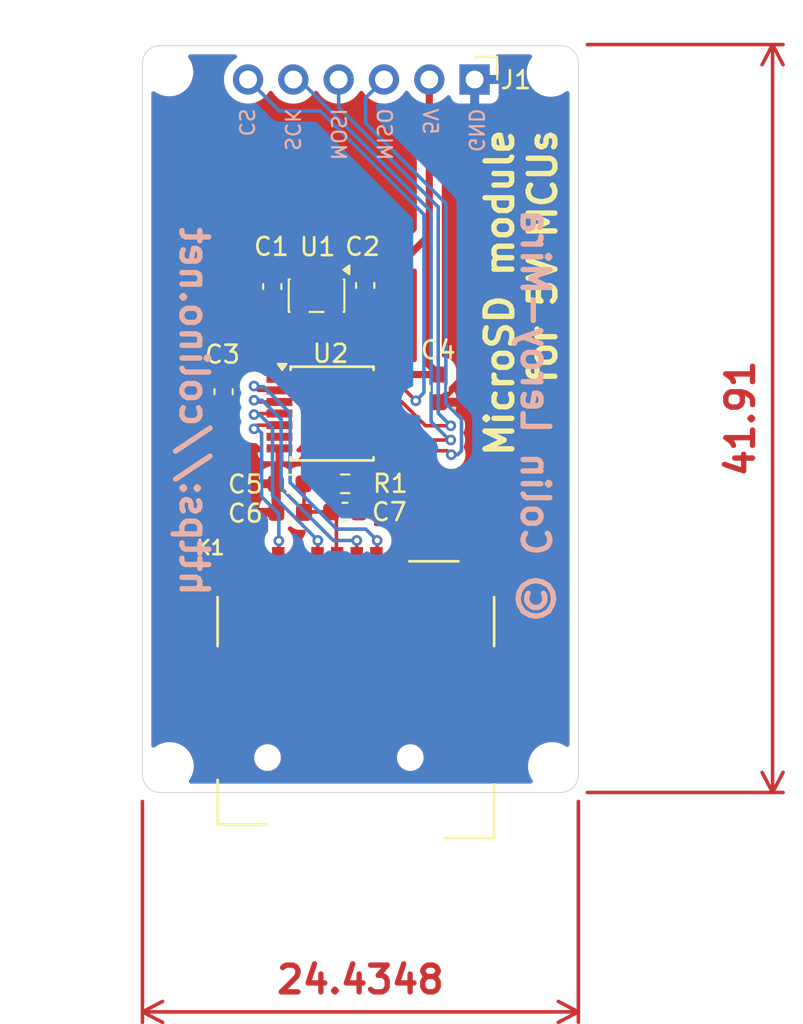
<source format=kicad_pcb>
(kicad_pcb (version 20241229) (generator "pcbnew") (generator_version "9.0")
  (layers (0 "F.Cu" signal) (2 "B.Cu" signal) (13 "F.Paste" user) (15 "B.Paste" user) (5 "F.SilkS" user "F.Silkscreen") (7 "B.SilkS" user "B.Silkscreen") (1 "F.Mask" user) (3 "B.Mask" user) (25 "Edge.Cuts" user))
  (net 0 "")
  (net 1 "GND")
  (net 2 "CS")
  (net 3 "MOSI")
  (net 4 "MISO")
  (net 5 "SCK")
  (net 6 "5V_burgerDisk")
  (net 7 "3V3")
  (net 8 "CS_L")
  (net 9 "MOSI_L")
  (net 11 "MISO_L")
  (net 12 "SCLK_L")
  (net 14 "OE")
  (footprint "Resistor_SMD:R_0603_1608Metric" (layer "F.Cu") (at 131.5598 122.9614)
    (property "Reference" "R1" (at 2.5302 -0.0114 0) (layer "F.SilkS"))
    (property "Value" "10k")
    (fp_line (start -0.237258 -0.5225) (end 0.237258 -0.5225) (stroke (width 0.12)) (layer "F.SilkS"))
    (fp_line (start -0.237258 0.5225) (end 0.237258 0.5225) (stroke (width 0.12)) (layer "F.SilkS"))
    (pad "1" smd roundrect (at -0.825 0) (size 0.8 0.95) (layers "F.Cu" "F.Mask" "F.Paste") (net 7 "3V3"))
    (pad "2" smd roundrect (at 0.825 0) (size 0.8 0.95) (layers "F.Cu" "F.Mask" "F.Paste") (net 14 "OE"))
  )
  (footprint "MountingHole:MountingHole_2.2mm_M2" (layer "F.Cu") (at 121.6914 99.8982)
    (property "Reference" "REF**1")
    (property "Value" "MountingHole_2.2mm_M2")
    (pad "" np_thru_hole circle (at 0 0) (size 2.2 2.2) (drill 2.2) (layers "*.Cu" "*.Mask"))
  )
  (footprint "HYC04-TF09-200:MICROSD-HYC77-TF09-200" (layer "F.Cu") (at 132.1562 135.0518)
    (property "Reference" "K1" (at -8.1534 -8.509 180) (layer "F.SilkS") (effects (font (size 0.8 0.8))))
    (property "Value" "HYC77-TF09-200" (hide yes))
    (fp_line (start -7.75 -3) (end -7.75 -5.75) (stroke (width 0.15)) (layer "F.SilkS"))
    (fp_line (start -7.75 4.5) (end -7.75 7) (stroke (width 0.15)) (layer "F.SilkS"))
    (fp_line (start -7.75 7) (end -5 7) (stroke (width 0.15)) (layer "F.SilkS"))
    (fp_line (start 3 -7.75) (end 5.75 -7.75) (stroke (width 0.15)) (layer "F.SilkS"))
    (fp_line (start 5 7.75) (end 7.75 7.75) (stroke (width 0.15)) (layer "F.SilkS"))
    (fp_line (start 7.75 -5.75) (end 7.75 -3) (stroke (width 0.15)) (layer "F.SilkS"))
    (fp_line (start 7.75 7.75) (end 7.75 4.75) (stroke (width 0.15)) (layer "F.SilkS"))
    (pad "" np_thru_hole circle (at -4.95 3.25) (size 1 1) (drill 1) (layers "*.Cu" "*.Mask"))
    (pad "" np_thru_hole circle (at 3.05 3.25) (size 1 1) (drill 1) (layers "*.Cu" "*.Mask"))
    (pad "1" smd rect (at 2.25 -7.75) (size 0.7 1.6) (layers "F.Cu" "F.Mask" "F.Paste"))
    (pad "2" smd rect (at 1.15 -7.75) (size 0.7 1.6) (layers "F.Cu" "F.Mask" "F.Paste") (net 8 "CS_L"))
    (pad "3" smd rect (at 0.05 -7.75) (size 0.7 1.6) (layers "F.Cu" "F.Mask" "F.Paste") (net 9 "MOSI_L"))
    (pad "4" smd rect (at -1.05 -7.75) (size 0.7 1.6) (layers "F.Cu" "F.Mask" "F.Paste") (net 7 "3V3"))
    (pad "5" smd rect (at -2.15 -7.75) (size 0.7 1.6) (layers "F.Cu" "F.Mask" "F.Paste") (net 12 "SCLK_L"))
    (pad "6" smd rect (at -3.25 -7.75) (size 0.7 1.6) (layers "F.Cu" "F.Mask" "F.Paste") (net 1 "GND"))
    (pad "7" smd rect (at -4.35 -7.75) (size 0.7 1.6) (layers "F.Cu" "F.Mask" "F.Paste") (net 11 "MISO_L"))
    (pad "8" smd rect (at -5.45 -7.75) (size 0.7 1.6) (layers "F.Cu" "F.Mask" "F.Paste"))
    (pad "9" smd rect (at -6.55 -7.75) (size 0.7 1.6) (layers "F.Cu" "F.Mask" "F.Paste"))
    (pad "SHIELD" smd rect (at -7.75 -6.75) (size 1.2 1.5) (layers "F.Cu" "F.Mask" "F.Paste") (net 1 "GND"))
    (pad "SHIELD" smd rect (at -7.75 2.85) (size 1.2 2.2) (layers "F.Cu" "F.Mask" "F.Paste") (net 1 "GND"))
    (pad "SHIELD" smd rect (at 6.85 -6.75) (size 1.6 1.5) (layers "F.Cu" "F.Mask" "F.Paste") (net 1 "GND"))
    (pad "SHIELD" smd rect (at 7.75 2.85) (size 1.2 2.2) (layers "F.Cu" "F.Mask" "F.Paste") (net 1 "GND"))
  )
  (footprint "MountingHole:MountingHole_2.2mm_M2" (layer "F.Cu") (at 121.7168 138.7856)
    (property "Reference" "REF**3")
    (property "Value" "MountingHole_2.2mm_M2")
    (pad "" np_thru_hole circle (at 0 0) (size 2.2 2.2) (drill 2.2) (layers "*.Cu" "*.Mask"))
  )
  (footprint "Capacitor_SMD:C_0603_1608Metric" (layer "F.Cu") (at 131.5466 124.5362 180)
    (property "Reference" "C7" (at -2.4834 -0.0038 180) (layer "F.SilkS"))
    (property "Value" "100n")
    (fp_line (start -0.14058 0.51) (end 0.14058 0.51) (stroke (width 0.12)) (layer "F.SilkS"))
    (fp_line (start -0.14058 -0.51) (end 0.14058 -0.51) (stroke (width 0.12)) (layer "F.SilkS"))
    (pad "1" smd roundrect (at -0.775 0 180) (size 0.9 0.95) (layers "F.Cu" "F.Mask" "F.Paste") (net 1 "GND"))
    (pad "2" smd roundrect (at 0.775 0 180) (size 0.9 0.95) (layers "F.Cu" "F.Mask" "F.Paste") (net 7 "3V3"))
  )
  (footprint "Capacitor_SMD:C_0603_1608Metric" (layer "F.Cu") (at 128.4732 124.5616)
    (property "Reference" "C6" (at -2.5132 0.0584 180) (layer "F.SilkS"))
    (property "Value" "2u2")
    (fp_line (start -0.14058 -0.51) (end 0.14058 -0.51) (stroke (width 0.12)) (layer "F.SilkS"))
    (fp_line (start -0.14058 0.51) (end 0.14058 0.51) (stroke (width 0.12)) (layer "F.SilkS"))
    (pad "1" smd roundrect (at -0.775 0) (size 0.9 0.95) (layers "F.Cu" "F.Mask" "F.Paste") (net 1 "GND"))
    (pad "2" smd roundrect (at 0.775 0) (size 0.9 0.95) (layers "F.Cu" "F.Mask" "F.Paste") (net 7 "3V3"))
  )
  (footprint "Capacitor_SMD:C_0603_1608Metric" (layer "F.Cu") (at 132.68 111.845 90)
    (property "Reference" "C2" (at 2.175 -0.15 0) (layer "F.SilkS"))
    (property "Value" "2u2")
    (fp_line (start -0.14058 -0.51) (end 0.14058 -0.51) (stroke (width 0.12)) (layer "F.SilkS"))
    (fp_line (start -0.14058 0.51) (end 0.14058 0.51) (stroke (width 0.12)) (layer "F.SilkS"))
    (pad "1" smd roundrect (at -0.775 0 90) (size 0.9 0.95) (layers "F.Cu" "F.Mask" "F.Paste") (net 1 "GND"))
    (pad "2" smd roundrect (at 0.775 0 90) (size 0.9 0.95) (layers "F.Cu" "F.Mask" "F.Paste") (net 6 "5V_burgerDisk"))
  )
  (footprint "MountingHole:MountingHole_2.2mm_M2" (layer "F.Cu") (at 143.0782 99.9236)
    (property "Reference" "REF**2")
    (property "Value" "MountingHole_2.2mm_M2")
    (pad "" np_thru_hole circle (at 0 0) (size 2.2 2.2) (drill 2.2) (layers "*.Cu" "*.Mask"))
  )
  (footprint "Capacitor_SMD:C_0603_1608Metric" (layer "F.Cu") (at 127.47 111.91 -90)
    (property "Reference" "C1" (at -2.24 0.05 0) (layer "F.SilkS"))
    (property "Value" "2u2")
    (fp_line (start -0.14058 0.51) (end 0.14058 0.51) (stroke (width 0.12)) (layer "F.SilkS"))
    (fp_line (start -0.14058 -0.51) (end 0.14058 -0.51) (stroke (width 0.12)) (layer "F.SilkS"))
    (pad "1" smd roundrect (at -0.775 0 270) (size 0.9 0.95) (layers "F.Cu" "F.Mask" "F.Paste") (net 1 "GND"))
    (pad "2" smd roundrect (at 0.775 0 270) (size 0.9 0.95) (layers "F.Cu" "F.Mask" "F.Paste") (net 7 "3V3"))
  )
  (footprint "Capacitor_SMD:C_0603_1608Metric" (layer "F.Cu") (at 136.8044 117.6144 90)
    (property "Reference" "C4" (at 2.1444 -0.0344 0) (layer "F.SilkS"))
    (property "Value" "100n")
    (fp_line (start -0.14058 -0.51) (end 0.14058 -0.51) (stroke (width 0.12)) (layer "F.SilkS"))
    (fp_line (start -0.14058 0.51) (end 0.14058 0.51) (stroke (width 0.12)) (layer "F.SilkS"))
    (pad "1" smd roundrect (at -0.775 0 90) (size 0.9 0.95) (layers "F.Cu" "F.Mask" "F.Paste") (net 1 "GND"))
    (pad "2" smd roundrect (at 0.775 0 90) (size 0.9 0.95) (layers "F.Cu" "F.Mask" "F.Paste") (net 6 "5V_burgerDisk"))
  )
  (footprint "MountingHole:MountingHole_2.2mm_M2" (layer "F.Cu") (at 143.1544 138.7856)
    (property "Reference" "REF**4")
    (property "Value" "MountingHole_2.2mm_M2")
    (pad "" np_thru_hole circle (at 0 0) (size 2.2 2.2) (drill 2.2) (layers "*.Cu" "*.Mask"))
  )
  (footprint "Package_SO:TSSOP-14-1EP_4.4x5mm_P0.65mm" (layer "F.Cu") (at 130.8234 119.0244)
    (property "Reference" "U2" (at -0.0834 -3.3644 0) (layer "F.SilkS"))
    (property "Value" "TXB0104PWR")
    (fp_line (start -2.325 -2.625) (end -2.325 -2.45) (stroke (width 0.15)) (layer "F.SilkS"))
    (fp_line (start -2.325 -2.625) (end 2.325 -2.625) (stroke (width 0.15)) (layer "F.SilkS"))
    (fp_line (start -2.325 2.625) (end -2.325 2.45) (stroke (width 0.15)) (layer "F.SilkS"))
    (fp_line (start -2.325 2.625) (end 2.325 2.625) (stroke (width 0.15)) (layer "F.SilkS"))
    (fp_line (start 2.325 -2.625) (end 2.325 -2.45) (stroke (width 0.15)) (layer "F.SilkS"))
    (fp_line (start 2.325 2.625) (end 2.325 2.45) (stroke (width 0.15)) (layer "F.SilkS"))
    (fp_poly (pts (xy -2.8 -2.45) (xy -3.04 -2.78) (xy -2.56 -2.78) (xy -2.8 -2.45)) (stroke (width 0.12)) (fill yes) (layer "F.SilkS"))
    (pad "1" smd rect (at -2.95 -1.95) (size 1.45 0.45) (layers "F.Cu" "F.Mask" "F.Paste") (net 7 "3V3"))
    (pad "2" smd rect (at -2.95 -1.3) (size 1.45 0.45) (layers "F.Cu" "F.Mask" "F.Paste") (net 8 "CS_L"))
    (pad "3" smd rect (at -2.95 -0.65) (size 1.45 0.45) (layers "F.Cu" "F.Mask" "F.Paste") (net 9 "MOSI_L"))
    (pad "4" smd rect (at -2.95 0) (size 1.45 0.45) (layers "F.Cu" "F.Mask" "F.Paste") (net 12 "SCLK_L"))
    (pad "5" smd rect (at -2.95 0.65) (size 1.45 0.45) (layers "F.Cu" "F.Mask" "F.Paste") (net 11 "MISO_L"))
    (pad "6" smd rect (at -2.95 1.3) (size 1.45 0.45) (layers "F.Cu" "F.Mask" "F.Paste"))
    (pad "7" smd rect (at -2.95 1.95) (size 1.45 0.45) (layers "F.Cu" "F.Mask" "F.Paste") (net 1 "GND"))
    (pad "8" smd rect (at 2.95 1.95) (size 1.45 0.45) (layers "F.Cu" "F.Mask" "F.Paste") (net 14 "OE"))
    (pad "9" smd rect (at 2.95 1.3) (size 1.45 0.45) (layers "F.Cu" "F.Mask" "F.Paste"))
    (pad "10" smd rect (at 2.95 0.65) (size 1.45 0.45) (layers "F.Cu" "F.Mask" "F.Paste") (net 4 "MISO"))
    (pad "11" smd rect (at 2.95 0) (size 1.45 0.45) (layers "F.Cu" "F.Mask" "F.Paste") (net 5 "SCK"))
    (pad "12" smd rect (at 2.95 -0.65) (size 1.45 0.45) (layers "F.Cu" "F.Mask" "F.Paste") (net 3 "MOSI"))
    (pad "13" smd rect (at 2.95 -1.3) (size 1.45 0.45) (layers "F.Cu" "F.Mask" "F.Paste") (net 2 "CS"))
    (pad "14" smd rect (at 2.95 -1.95) (size 1.45 0.45) (layers "F.Cu" "F.Mask" "F.Paste") (net 6 "5V_burgerDisk"))
  )
  (footprint "Connector_PinHeader_2.54mm:PinHeader_1x06_P2.54mm_Horizontal" (layer "F.Cu") (at 138.811 100.3046 -90)
    (property "Reference" "J1" (at 0.0254 -2.3114 0) (layer "F.SilkS"))
    (property "Value" "Connector")
    (fp_line (start -1.27 0) (end -1.27 -1.27) (stroke (width 0.12)) (layer "F.SilkS"))
    (fp_line (start -1.27 -1.27) (end 0 -1.27) (stroke (width 0.12)) (layer "F.SilkS"))
    (pad "1" thru_hole rect (at 0 0 270) (size 1.7 1.7) (drill 1) (layers "*.Cu" "*.Mask") (net 1 "GND"))
    (pad "2" thru_hole oval (at 0 2.54 270) (size 1.7 1.7) (drill 1) (layers "*.Cu" "*.Mask") (net 6 "5V_burgerDisk"))
    (pad "3" thru_hole oval (at 0 5.08 270) (size 1.7 1.7) (drill 1) (layers "*.Cu" "*.Mask") (net 4 "MISO"))
    (pad "4" thru_hole oval (at 0 7.62 270) (size 1.7 1.7) (drill 1) (layers "*.Cu" "*.Mask") (net 3 "MOSI"))
    (pad "5" thru_hole oval (at 0 10.16 270) (size 1.7 1.7) (drill 1) (layers "*.Cu" "*.Mask") (net 5 "SCK"))
    (pad "6" thru_hole oval (at 0 12.7 270) (size 1.7 1.7) (drill 1) (layers "*.Cu" "*.Mask") (net 2 "CS"))
  )
  (footprint "Capacitor_SMD:C_0603_1608Metric" (layer "F.Cu") (at 124.74 117.8 -90)
    (property "Reference" "C3" (at -2.09 0.06 180) (layer "F.SilkS"))
    (property "Value" "100n")
    (fp_line (start -0.14058 0.51) (end 0.14058 0.51) (stroke (width 0.12)) (layer "F.SilkS"))
    (fp_line (start -0.14058 -0.51) (end 0.14058 -0.51) (stroke (width 0.12)) (layer "F.SilkS"))
    (pad "1" smd roundrect (at -0.775 0 270) (size 0.9 0.95) (layers "F.Cu" "F.Mask" "F.Paste") (net 7 "3V3"))
    (pad "2" smd roundrect (at 0.775 0 270) (size 0.9 0.95) (layers "F.Cu" "F.Mask" "F.Paste") (net 1 "GND"))
  )
  (footprint "Capacitor_SMD:C_0603_1608Metric" (layer "F.Cu") (at 128.4478 122.9614)
    (property "Reference" "C5" (at -2.4878 0.0286 180) (layer "F.SilkS"))
    (property "Value" "100n")
    (fp_line (start -0.14058 -0.51) (end 0.14058 -0.51) (stroke (width 0.12)) (layer "F.SilkS"))
    (fp_line (start -0.14058 0.51) (end 0.14058 0.51) (stroke (width 0.12)) (layer "F.SilkS"))
    (pad "1" smd roundrect (at -0.775 0) (size 0.9 0.95) (layers "F.Cu" "F.Mask" "F.Paste") (net 1 "GND"))
    (pad "2" smd roundrect (at 0.775 0) (size 0.9 0.95) (layers "F.Cu" "F.Mask" "F.Paste") (net 7 "3V3"))
  )
  (footprint "Package_TO_SOT_SMD:SOT-23-5" (layer "F.Cu") (at 129.9525 112.42 -90)
    (property "Reference" "U1" (at -2.73 -0.0575 0) (layer "F.SilkS"))
    (property "Value" "SE5218")
    (fp_line (start -0.91 1.56) (end -0.91 1.51) (stroke (width 0.12)) (layer "F.SilkS"))
    (fp_line (start 0.91 1.56) (end -0.91 1.56) (stroke (width 0.12)) (layer "F.SilkS"))
    (fp_line (start 0.91 1.51) (end 0.91 1.56) (stroke (width 0.12)) (layer "F.SilkS"))
    (fp_line (start 0.91 -0.39) (end 0.91 0.39) (stroke (width 0.12)) (layer "F.SilkS"))
    (fp_line (start -0.91 -1.51) (end -0.91 -1.56) (stroke (width 0.12)) (layer "F.SilkS"))
    (fp_line (start -0.91 -1.56) (end 0.91 -1.56) (stroke (width 0.12)) (layer "F.SilkS"))
    (fp_line (start 0.91 -1.56) (end 0.91 -1.51) (stroke (width 0.12)) (layer "F.SilkS"))
    (fp_poly (pts (xy -1.45 -1.51) (xy -1.69 -1.84) (xy -1.21 -1.84)) (stroke (width 0.12)) (fill yes) (layer "F.SilkS"))
    (pad "1" smd roundrect (at -1.1375 -0.95 270) (size 1.325 0.6) (layers "F.Cu" "F.Mask" "F.Paste") (net 6 "5V_burgerDisk"))
    (pad "2" smd roundrect (at -1.1375 0 270) (size 1.325 0.6) (layers "F.Cu" "F.Mask" "F.Paste") (net 1 "GND"))
    (pad "3" smd roundrect (at -1.1375 0.95 270) (size 1.325 0.6) (layers "F.Cu" "F.Mask" "F.Paste") (net 6 "5V_burgerDisk"))
    (pad "4" smd roundrect (at 1.1375 0.95 270) (size 1.325 0.6) (layers "F.Cu" "F.Mask" "F.Paste"))
    (pad "5" smd roundrect (at 1.1375 -0.95 270) (size 1.325 0.6) (layers "F.Cu" "F.Mask" "F.Paste") (net 7 "3V3"))
  )
  (gr_arc (start 143.6276 98.3996) (mid 144.334707 98.692493) (end 144.6276 99.3996) (stroke (width 0.05)) (layer "Edge.Cuts"))
  (gr_line (start 120.1928 139.2588) (end 120.1928 99.3996) (stroke (width 0.05)) (layer "Edge.Cuts"))
  (gr_arc (start 144.6276 139.2588) (mid 144.334707 139.965907) (end 143.6276 140.2588) (stroke (width 0.05)) (layer "Edge.Cuts"))
  (gr_arc (start 120.1928 99.3996) (mid 120.485693 98.692493) (end 121.1928 98.3996) (stroke (width 0.05)) (layer "Edge.Cuts"))
  (gr_arc (start 121.1928 140.2588) (mid 120.485693 139.965907) (end 120.1928 139.2588) (stroke (width 0.05)) (layer "Edge.Cuts"))
  (gr_line (start 121.1928 98.3996) (end 143.6276 98.3996) (stroke (width 0.05)) (layer "Edge.Cuts"))
  (gr_line (start 143.6276 140.2588) (end 121.1928 140.2588) (stroke (width 0.05)) (layer "Edge.Cuts"))
  (gr_line (start 144.6276 99.3996) (end 144.6276 139.2588) (stroke (width 0.05)) (layer "Edge.Cuts"))
  (gr_text "MicroSD module\nfor 5V MCUs" (at 143.51 102.95 90) (layer "F.SilkS") (effects (font (size 1.5 1.5) (thickness 0.3) (bold yes)) (justify right bottom)))
  (gr_text "https://colino.net\n" (at 122.21 108.43 270) (layer "B.SilkS") (effects (font (size 1.5 1.5) (thickness 0.3) (bold yes)) (justify right bottom mirror)))
  (gr_text "GND\n\n5V\n\nMISO\n\nMOSI\n\nSCK\n\nCS\n" (at 125.55 101.85 270) (layer "B.SilkS") (effects (font (size 0.8 0.8) (thickness 0.125)) (justify right bottom mirror)))
  (gr_text "© Colin Leroy-Mira\n" (at 141.33 107.4 270) (layer "B.SilkS") (effects (font (size 1.5 1.5) (thickness 0.3) (bold yes)) (justify right bottom mirror)))
  (dimension (type orthogonal) (layer "F.Cu") (pts (xy 120.1928 140.2588) (xy 144.6276 140.2588)) (height 12.2936) (orientation 0) (format (prefix "") (suffix "") (units 3) (units_format 0) (precision 4) (suppress_zeroes yes)) (style (thickness 0.2) (arrow_length 1.27) (text_position_mode 0) (arrow_direction outward) (extension_height 0.58642) (extension_offset 0.5) (keep_text_aligned yes)) (gr_text "24,4348" (at 132.4102 150.7524 0) (layer "F.Cu") (effects (font (size 1.5 1.5) (thickness 0.3)))))
  (dimension (type orthogonal) (layer "F.Cu") (pts (xy 144.6276 140.2588) (xy 144.6276 98.3488)) (height 10.8856) (orientation 1) (format (prefix "") (suffix "") (units 3) (units_format 0) (precision 4) (suppress_zeroes yes)) (style (thickness 0.2) (arrow_length 1.27) (text_position_mode 0) (arrow_direction outward) (extension_height 0.58642) (extension_offset 0.5) (keep_text_aligned yes)) (gr_text "41,91" (at 153.7132 119.3038 90) (layer "F.Cu") (effects (font (size 1.5 1.5) (thickness 0.3)))))
  (segment (start 138.0494 118.3894) (end 136.8044 118.3894) (width 0.4) (layer "F.Cu") (net 1))
  (segment (start 139.45 122.55) (end 139.45 119.79) (width 0.4) (layer "F.Cu") (net 1))
  (segment (start 132.3216 124.5362) (end 135.2462 124.5362) (width 0.4) (layer "F.Cu") (net 1))
  (segment (start 136.8044 118.3894) (end 138.811 116.3828) (width 0.4) (layer "F.Cu") (net 1))
  (segment (start 130.668112 112.494) (end 132.554 112.494) (width 0.4) (layer "F.Cu") (net 1))
  (segment (start 132.554 112.494) (end 132.68 112.62) (width 0.4) (layer "F.Cu") (net 1))
  (segment (start 137.4638 124.5362) (end 139.45 122.55) (width 0.4) (layer "F.Cu") (net 1))
  (segment (start 139.45 119.79) (end 138.0494 118.3894) (width 0.4) (layer "F.Cu") (net 1))
  (segment (start 129.9525 111.778388) (end 130.668112 112.494) (width 0.4) (layer "F.Cu") (net 1))
  (segment (start 129.9525 111.944999) (end 129.551499 112.346) (width 0.4) (layer "F.Cu") (net 1))
  (segment (start 127.47 111.195888) (end 127.47 111.135) (width 0.4) (layer "F.Cu") (net 1))
  (segment (start 129.9525 111.2825) (end 129.9525 111.778388) (width 0.4) (layer "F.Cu") (net 1))
  (segment (start 135.2462 124.5362) (end 137.4638 124.5362) (width 0.4) (layer "F.Cu") (net 1))
  (segment (start 129.9525 111.2825) (end 129.9525 111.944999) (width 0.4) (layer "F.Cu") (net 1))
  (segment (start 138.811 116.3828) (end 138.811 100.3046) (width 0.4) (layer "F.Cu") (net 1))
  (segment (start 129.551499 112.346) (end 128.620112 112.346) (width 0.4) (layer "F.Cu") (net 1))
  (segment (start 128.620112 112.346) (end 127.47 111.195888) (width 0.4) (layer "F.Cu") (net 1))
  (segment (start 135.2462 124.5362) (end 135.25 124.54) (width 0.4) (layer "F.Cu") (net 1))
  (segment (start 138.811 100.3046) (end 140.2254 100.3046) (width 0.4) (layer "B.Cu") (net 1))
  (segment (start 140.2254 100.3046) (end 140.23 100.3) (width 0.4) (layer "B.Cu") (net 1))
  (segment (start 135.514165 118.308035) (end 134.92413 117.718) (width 0.2) (layer "F.Cu") (net 2))
  (segment (start 134.75567 117.7244) (end 133.7734 117.7244) (width 0.2) (layer "F.Cu") (net 2))
  (segment (start 134.92413 117.718) (end 134.76207 117.718) (width 0.2) (layer "F.Cu") (net 2))
  (segment (start 134.76207 117.718) (end 134.75567 117.7244) (width 0.2) (layer "F.Cu") (net 2))
  (via (at 135.514165 118.308035) (size 0.6) (drill 0.3) (layers "F.Cu" "B.Cu") (net 2))
  (segment (start 135.9716 117.8506) (end 135.9716 107.8716) (width 0.2) (layer "B.Cu") (net 2))
  (segment (start 135.9716 107.8716) (end 130.17 102.07) (width 0.2) (layer "B.Cu") (net 2))
  (segment (start 130.17 102.07) (end 127.8764 102.07) (width 0.2) (layer "B.Cu") (net 2))
  (segment (start 135.514165 118.308035) (end 135.9716 117.8506) (width 0.2) (layer "B.Cu") (net 2))
  (segment (start 127.8764 102.07) (end 126.111 100.3046) (width 0.2) (layer "B.Cu") (net 2))
  (segment (start 136.064797 119.707197) (end 134.732 118.3744) (width 0.2) (layer "F.Cu") (net 3))
  (segment (start 137.4744 119.707197) (end 136.064797 119.707197) (width 0.2) (layer "F.Cu") (net 3))
  (segment (start 134.732 118.3744) (end 133.7734 118.3744) (width 0.2) (layer "F.Cu") (net 3))
  (via (at 137.4744 119.707197) (size 0.6) (drill 0.3) (layers "F.Cu" "B.Cu") (net 3))
  (segment (start 131.191 101.871) (end 131.191 100.3046) (width 0.2) (layer "B.Cu") (net 3))
  (segment (start 136.7736 119.006397) (end 136.7736 107.4536) (width 0.2) (layer "B.Cu") (net 3))
  (segment (start 136.7736 107.4536) (end 131.191 101.871) (width 0.2) (layer "B.Cu") (net 3))
  (segment (start 137.4744 119.707197) (end 136.7736 119.006397) (width 0.2) (layer "B.Cu") (net 3))
  (segment (start 134.635 119.6744) (end 133.7734 119.6744) (width 0.2) (layer "F.Cu") (net 4))
  (segment (start 137.2772 121.1072) (end 136.0678 121.1072) (width 0.2) (layer "F.Cu") (net 4))
  (segment (start 136.0678 121.1072) (end 134.635 119.6744) (width 0.2) (layer "F.Cu") (net 4))
  (segment (start 137.5 121.33) (end 137.2772 121.1072) (width 0.2) (layer "F.Cu") (net 4))
  (via (at 137.5 121.33) (size 0.6) (drill 0.3) (layers "F.Cu" "B.Cu") (net 4))
  (segment (start 132.7 101.3356) (end 133.731 100.3046) (width 0.2) (layer "B.Cu") (net 4))
  (segment (start 138.0754 121.1062) (end 138.0754 119.3354) (width 0.2) (layer "B.Cu") (net 4))
  (segment (start 137.2 107.25) (end 132.7 102.75) (width 0.2) (layer "B.Cu") (net 4))
  (segment (start 137.8516 121.33) (end 138.0754 121.1062) (width 0.2) (layer "B.Cu") (net 4))
  (segment (start 137.2 118.46) (end 137.2 107.25) (width 0.2) (layer "B.Cu") (net 4))
  (segment (start 138.0754 119.3354) (end 137.2 118.46) (width 0.2) (layer "B.Cu") (net 4))
  (segment (start 132.7 102.75) (end 132.7 101.3356) (width 0.2) (layer "B.Cu") (net 4))
  (segment (start 137.5 121.33) (end 137.8516 121.33) (width 0.2) (layer "B.Cu") (net 4))
  (segment (start 134.6708 119.0244) (end 133.7734 119.0244) (width 0.2) (layer "F.Cu") (net 5))
  (segment (start 137.4744 120.5072) (end 136.1536 120.5072) (width 0.2) (layer "F.Cu") (net 5))
  (segment (start 136.1536 120.5072) (end 134.6708 119.0244) (width 0.2) (layer "F.Cu") (net 5))
  (via (at 137.4744 120.5072) (size 0.6) (drill 0.3) (layers "F.Cu" "B.Cu") (net 5))
  (segment (start 137.4744 120.5072) (end 137.3982 120.5072) (width 0.2) (layer "B.Cu") (net 5))
  (segment (start 136.3726 119.4816) (end 136.3726 107.7026) (width 0.2) (layer "B.Cu") (net 5))
  (segment (start 136.3726 107.7026) (end 128.9746 100.3046) (width 0.2) (layer "B.Cu") (net 5))
  (segment (start 137.3982 120.5072) (end 136.3726 119.4816) (width 0.2) (layer "B.Cu") (net 5))
  (segment (start 128.9746 100.3046) (end 128.651 100.3046) (width 0.2) (layer "B.Cu") (net 5))
  (segment (start 134.0084 116.8394) (end 133.7734 117.0744) (width 0.4) (layer "F.Cu") (net 6))
  (segment (start 132.68 111.07) (end 134.23 111.07) (width 0.4) (layer "F.Cu") (net 6))
  (segment (start 134.23 111.07) (end 136.271 109.029) (width 0.4) (layer "F.Cu") (net 6))
  (segment (start 130.9025 111.2825) (end 132.4675 111.2825) (width 0.4) (layer "F.Cu") (net 6))
  (segment (start 130.9025 110.620001) (end 130.9025 111.2825) (width 0.4) (layer "F.Cu") (net 6))
  (segment (start 136.271 116.306) (end 136.8044 116.8394) (width 0.4) (layer "F.Cu") (net 6))
  (segment (start 130.501499 110.219) (end 130.9025 110.620001) (width 0.4) (layer "F.Cu") (net 6))
  (segment (start 132.4675 111.2825) (end 132.68 111.07) (width 0.4) (layer "F.Cu") (net 6))
  (segment (start 136.271 100.3046) (end 136.271 108.5) (width 0.4) (layer "F.Cu") (net 6))
  (segment (start 129.0025 110.786612) (end 129.570112 110.219) (width 0.4) (layer "F.Cu") (net 6))
  (segment (start 136.271 109.029) (end 136.271 108.5) (width 0.4) (layer "F.Cu") (net 6))
  (segment (start 129.0025 111.2825) (end 129.0025 110.786612) (width 0.4) (layer "F.Cu") (net 6))
  (segment (start 129.570112 110.219) (end 130.501499 110.219) (width 0.4) (layer "F.Cu") (net 6))
  (segment (start 136.271 108.5) (end 136.271 116.306) (width 0.4) (layer "F.Cu") (net 6))
  (segment (start 136.8044 116.8394) (end 134.0084 116.8394) (width 0.4) (layer "F.Cu") (net 6))
  (segment (start 130.7348 122.9614) (end 130.7348 124.4994) (width 0.2) (layer "F.Cu") (net 7))
  (segment (start 129.2228 122.9614) (end 130.7348 122.9614) (width 0.2) (layer "F.Cu") (net 7))
  (segment (start 125.535 116.23) (end 127.029 116.23) (width 0.2) (layer "F.Cu") (net 7))
  (segment (start 130.7716 124.5362) (end 131.064 124.8286) (width 0.2) (layer "F.Cu") (net 7))
  (segment (start 127.47 113.329468) (end 128.661532 114.521) (width 0.2) (layer "F.Cu") (net 7))
  (segment (start 129.2482 122.9868) (end 129.2482 124.5616) (width 0.2) (layer "F.Cu") (net 7))
  (segment (start 130.7348 124.4994) (end 130.7716 124.5362) (width 0.2) (layer "F.Cu") (net 7))
  (segment (start 128.4056 117.0744) (end 127.8734 117.0744) (width 0.2) (layer "F.Cu") (net 7))
  (segment (start 130.9025 114.5775) (end 128.4056 117.0744) (width 0.2) (layer "F.Cu") (net 7))
  (segment (start 129.2736 124.5362) (end 130.7716 124.5362) (width 0.2) (layer "F.Cu") (net 7))
  (segment (start 129.939 114.521) (end 130.9025 113.5575) (width 0.2) (layer "F.Cu") (net 7))
  (segment (start 128.7984 117.0744) (end 130.7348 119.0108) (width 0.2) (layer "F.Cu") (net 7))
  (segment (start 130.9025 113.5575) (end 130.9025 114.5775) (width 0.2) (layer "F.Cu") (net 7))
  (segment (start 127.029 116.23) (end 127.8734 117.0744) (width 0.2) (layer "F.Cu") (net 7))
  (segment (start 129.2482 124.5616) (end 129.2736 124.5362) (width 0.2) (layer "F.Cu") (net 7))
  (segment (start 130.7348 119.0108) (end 130.7348 122.9614) (width 0.2) (layer "F.Cu") (net 7))
  (segment (start 131.064 127.2596) (end 131.1062 127.3018) (width 0.2) (layer "F.Cu") (net 7))
  (segment (start 128.661532 114.521) (end 129.939 114.521) (width 0.2) (layer "F.Cu") (net 7))
  (segment (start 127.8734 117.0744) (end 128.7984 117.0744) (width 0.2) (layer "F.Cu") (net 7))
  (segment (start 129.2228 122.9614) (end 129.2482 122.9868) (width 0.2) (layer "F.Cu") (net 7))
  (segment (start 131.064 124.8286) (end 131.064 127.2596) (width 0.2) (layer "F.Cu") (net 7))
  (segment (start 124.74 117.025) (end 125.535 116.23) (width 0.2) (layer "F.Cu") (net 7))
  (segment (start 127.47 112.685) (end 127.47 113.329468) (width 0.2) (layer "F.Cu") (net 7))
  (segment (start 133.35 126.1364) (end 133.35 127.258) (width 0.2) (layer "F.Cu") (net 8))
  (segment (start 133.35 127.258) (end 133.3062 127.3018) (width 0.2) (layer "F.Cu") (net 8))
  (segment (start 127.8734 117.7244) (end 126.693997 117.7244) (width 0.2) (layer "F.Cu") (net 8))
  (segment (start 126.693997 117.7244) (end 126.45 117.480403) (width 0.2) (layer "F.Cu") (net 8))
  (via (at 133.35 126.1364) (size 0.6) (drill 0.3) (layers "F.Cu" "B.Cu") (net 8))
  (via (at 126.45 117.480403) (size 0.6) (drill 0.3) (layers "F.Cu" "B.Cu") (net 8))
  (segment (start 126.9942 117.52) (end 128.4732 118.999) (width 0.2) (layer "B.Cu") (net 8))
  (segment (start 126.450248 117.430248) (end 126.54 117.52) (width 0.2) (layer "B.Cu") (net 8))
  (segment (start 131.08 125.5) (end 132.7136 125.5) (width 0.2) (layer "B.Cu") (net 8))
  (segment (start 128.4732 118.999) (end 128.4732 122.8932) (width 0.2) (layer "B.Cu") (net 8))
  (segment (start 132.7136 125.5) (end 133.35 126.1364) (width 0.2) (layer "B.Cu") (net 8))
  (segment (start 126.54 117.52) (end 126.9942 117.52) (width 0.2) (layer "B.Cu") (net 8))
  (segment (start 126.421556 117.430248) (end 126.450248 117.430248) (width 0.2) (layer "B.Cu") (net 8))
  (segment (start 128.4732 122.8932) (end 131.08 125.5) (width 0.2) (layer "B.Cu") (net 8))
  (segment (start 127.8734 118.3744) (end 126.544044 118.3744) (width 0.2) (layer "F.Cu") (net 9))
  (segment (start 126.544044 118.3744) (end 126.45 118.280356) (width 0.2) (layer "F.Cu") (net 9))
  (segment (start 132.207 126.1364) (end 132.207 127.301) (width 0.2) (layer "F.Cu") (net 9))
  (segment (start 132.207 127.301) (end 132.2062 127.3018) (width 0.2) (layer "F.Cu") (net 9))
  (via (at 126.45 118.280356) (size 0.6) (drill 0.3) (layers "F.Cu" "B.Cu") (net 9))
  (via (at 132.207 126.1364) (size 0.6) (drill 0.3) (layers "F.Cu" "B.Cu") (net 9))
  (segment (start 126.896243 118.28) (end 127.9652 119.348957) (width 0.2) (layer "B.Cu") (net 9))
  (segment (start 127.9652 119.348957) (end 127.9652 123.2052) (width 0.2) (layer "B.Cu") (net 9))
  (segment (start 127.9652 123.2052) (end 130.8964 126.1364) (width 0.2) (layer "B.Cu") (net 9))
  (segment (start 126.41265 118.230201) (end 126.462449 118.28) (width 0.2) (layer "B.Cu") (net 9))
  (segment (start 126.462449 118.28) (end 126.896243 118.28) (width 0.2) (layer "B.Cu") (net 9))
  (segment (start 130.8964 126.1364) (end 132.207 126.1364) (width 0.2) (layer "B.Cu") (net 9))
  (segment (start 127.8382 127.2698) (end 127.8062 127.3018) (width 0.2) (layer "F.Cu") (net 11))
  (segment (start 126.655272 119.6744) (end 126.45 119.879672) (width 0.2) (layer "F.Cu") (net 11))
  (segment (start 127.8382 126.1618) (end 127.8382 127.2698) (width 0.2) (layer "F.Cu") (net 11))
  (segment (start 127.8734 119.6744) (end 126.655272 119.6744) (width 0.2) (layer "F.Cu") (net 11))
  (via (at 126.45 119.879672) (size 0.6) (drill 0.3) (layers "F.Cu" "B.Cu") (net 11))
  (via (at 127.8382 126.1618) (size 0.6) (drill 0.3) (layers "F.Cu" "B.Cu") (net 11))
  (segment (start 126.873 120.123) (end 126.873 123.683) (width 0.2) (layer "B.Cu") (net 11))
  (segment (start 126.409744 119.87356) (end 126.62356 119.87356) (width 0.2) (layer "B.Cu") (net 11))
  (segment (start 126.873 123.683) (end 127.8382 124.6482) (width 0.2) (layer "B.Cu") (net 11))
  (segment (start 127.8382 124.6482) (end 127.8382 126.1618) (width 0.2) (layer "B.Cu") (net 11))
  (segment (start 126.365701 119.829517) (end 126.409744 119.87356) (width 0.2) (layer "B.Cu") (net 11))
  (segment (start 126.62356 119.87356) (end 126.873 120.123) (width 0.2) (layer "B.Cu") (net 11))
  (segment (start 130.0226 127.2854) (end 130.0062 127.3018) (width 0.2) (layer "F.Cu") (net 12))
  (segment (start 126.418833 119.029845) (end 126.424278 119.0244) (width 0.2) (layer "F.Cu") (net 12))
  (segment (start 127.8734 119.0244) (end 126.5056 119.0244) (width 0.2) (layer "F.Cu") (net 12))
  (segment (start 130.0226 126.1364) (end 130.0226 127.2854) (width 0.2) (layer "F.Cu") (net 12))
  (segment (start 126.365825 119.029845) (end 126.477286 119.029845) (width 0.2) (layer "F.Cu") (net 12))
  (segment (start 126.5056 119.0244) (end 126.45 119.08) (width 0.2) (layer "F.Cu") (net 12))
  (via (at 130.0226 126.1364) (size 0.6) (drill 0.3) (layers "F.Cu" "B.Cu") (net 12))
  (via (at 126.45 119.08) (size 0.6) (drill 0.3) (layers "F.Cu" "B.Cu") (net 12))
  (segment (start 127.4826 119.8026) (end 127.4826 123.5964) (width 0.2) (layer "B.Cu") (net 12))
  (segment (start 126.468849 119.11) (end 126.79 119.11) (width 0.2) (layer "B.Cu") (net 12))
  (segment (start 127.4826 123.5964) (end 130.0226 126.1364) (width 0.2) (layer "B.Cu") (net 12))
  (segment (start 126.388694 119.029845) (end 126.468849 119.11) (width 0.2) (layer "B.Cu") (net 12))
  (segment (start 126.79 119.11) (end 127.4826 119.8026) (width 0.2) (layer "B.Cu") (net 12))
  (segment (start 133.7734 121.5728) (end 132.3848 122.9614) (width 0.2) (layer "F.Cu") (net 14))
  (segment (start 133.7734 120.9744) (end 133.7734 121.5728) (width 0.2) (layer "F.Cu") (net 14))
  (zone (net 1) (net_name "GND") (layers "F.Cu" "B.Cu") (connect_pads (clearance 0.5)) (min_thickness 0.25) (fill yes (thermal_gap 0.5) (thermal_bridge_width 0.5))
    (polygon (pts (xy 120.5992 98.806) (xy 144.1704 98.8568) (xy 144.272 139.8778) (xy 120.6246 139.8778)))
  )
)
</source>
